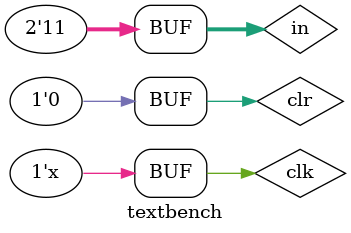
<source format=v>
`timescale 1 ns / 1 ps

module textbench;

	// Inputs
    reg [1:0] in;
	reg clk;
	reg clr;

	// Outputs
	wire [2:0] out;

	// Instantiate the Unit Under Test (UUT)
	awful_fsm uut (
		.in(in), 
        .clk(clk), 
		.out(out), 
		.clr(clr)
	);

	initial begin
		// Initialize Inputs
		clk = 0;
		in = 0;
		clr = 1;

		// Wait 100 ns for global reset to finish
		#100;
		clr = 0;
		in = 'd0;
		#10;
		in = 'd1;
		#20;
		in = 'd2;
		#50;
		in = 'd0;
		#10;
		in = 'd3;
		
        
		// Add stimulus here

	end
	
	always #5 clk = ~clk;
      
endmodule
</source>
